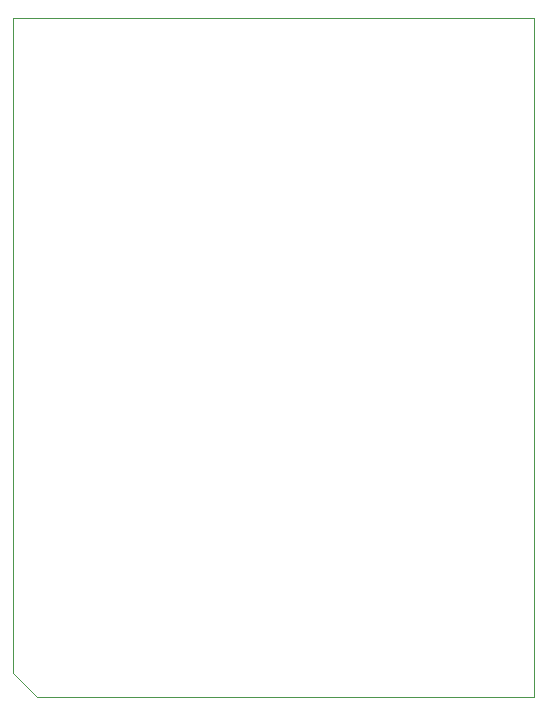
<source format=gbr>
%TF.GenerationSoftware,KiCad,Pcbnew,9.0.0*%
%TF.CreationDate,2025-05-12T15:22:34-04:00*%
%TF.ProjectId,design-files_BM,64657369-676e-42d6-9669-6c65735f424d,rev?*%
%TF.SameCoordinates,Original*%
%TF.FileFunction,Profile,NP*%
%FSLAX46Y46*%
G04 Gerber Fmt 4.6, Leading zero omitted, Abs format (unit mm)*
G04 Created by KiCad (PCBNEW 9.0.0) date 2025-05-12 15:22:34*
%MOMM*%
%LPD*%
G01*
G04 APERTURE LIST*
%TA.AperFunction,Profile*%
%ADD10C,0.050000*%
%TD*%
G04 APERTURE END LIST*
D10*
X54120000Y-67490000D02*
X12020000Y-67490000D01*
X12020000Y-67490000D02*
X10020000Y-65490000D01*
X10020000Y-9990000D02*
X10020000Y-65490000D01*
X54120000Y-9990000D02*
X54120000Y-67490000D01*
X10020000Y-9990000D02*
X54120000Y-9990000D01*
M02*

</source>
